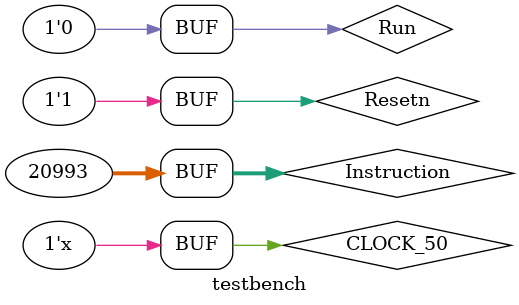
<source format=v>
`timescale 1ns / 1ps

module testbench ( );

	parameter CLOCK_PERIOD = 20;

	reg [31:0] Instruction;
	reg Run;
	wire [31:0] DOUT;
	wire [31:0] ADDR;
	wire W;

	reg CLOCK_50;
	initial begin
		CLOCK_50 <= 1'b0;
	end // initial
	always @ (*)
	begin : Clock_Generator
		#((CLOCK_PERIOD) / 2) CLOCK_50 <= ~CLOCK_50;
	end
	
	reg Resetn;
	initial begin
		Resetn <= 1'b0;
		#20 Resetn <= 1'b1;
	end // initial

	initial begin
				Run	<= 1'b0;	Instruction	<= 32'b00000000000100000000000010010011;	
		#20	Run	<= 1'b1; Instruction	<= 32'b00000000000100000000000010010011; // addi  r1, #1	
		#120	Run	<= 1'b1; Instruction	<= 32'b00000000001000000000000000010011; // addi r0, #2
		#120	Run	<= 1'b1; Instruction	<= 32'b00000000000100000000000100110011; // add r0, r1 to r2
		#120	Run	<= 1'b1; Instruction	<= 32'b01000000000100000000000100110011; // sub r0, r1 to r2 (rs2, rs1)
		#120	Run	<= 1'b1; Instruction	<= 32'b00000000000000000101001000000001; //
		#120 Run <= 1'b0;
	end // initial

	proc U1 (Instruction, Resetn, CLOCK_50, Run, DOUT, ADDR, W);

endmodule

</source>
